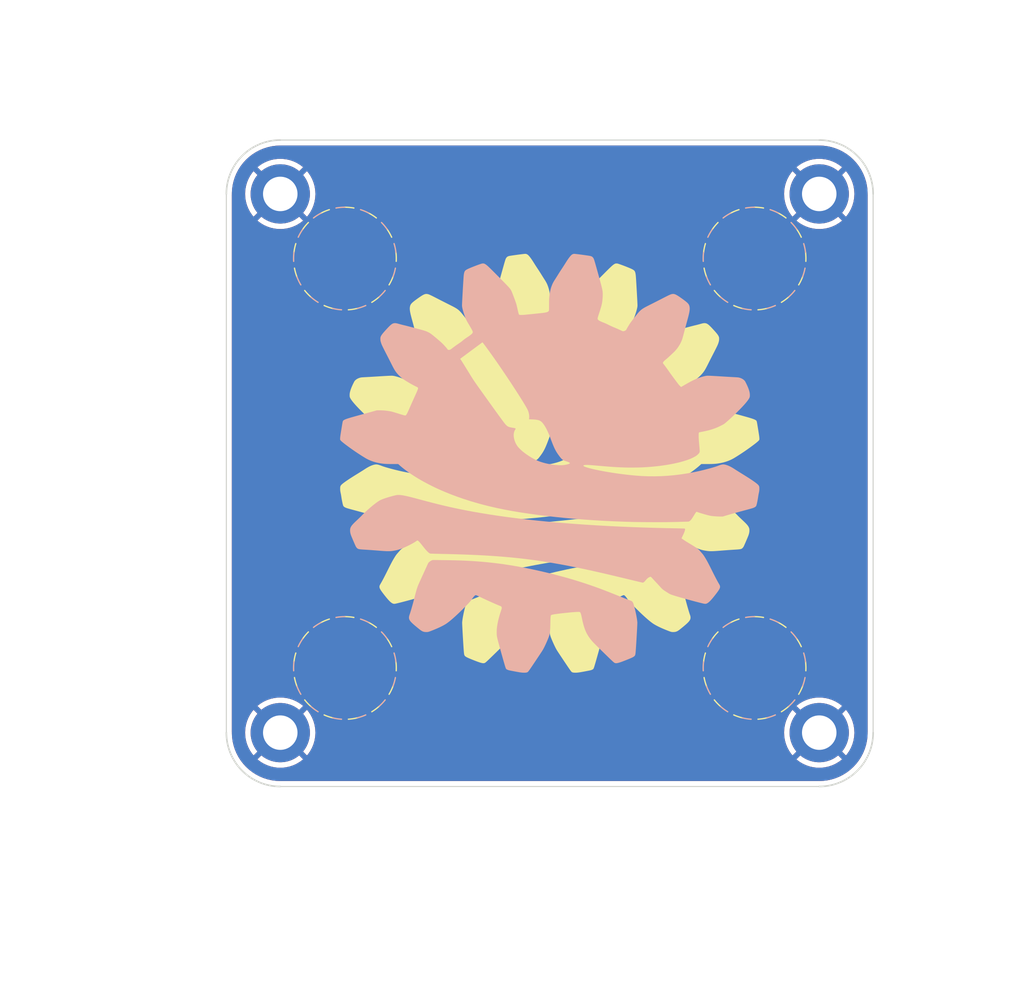
<source format=kicad_pcb>
(kicad_pcb (version 20211014) (generator pcbnew)
  (layers (0 "F.Cu" signal) (31 "B.Cu" signal) (34 "B.Paste" user) (35 "F.Paste" user) (36 "B.SilkS" user "B.Silkscreen") (37 "F.SilkS" user "F.Silkscreen") (38 "B.Mask" user) (39 "F.Mask" user) (44 "Edge.Cuts" user))
  (net 0 "")
  (net 1 "GND")
  (footprint "MountingHole:MountingHole_3.2mm_M3_ISO14580_Pad" (layer "F.Cu") (at 105 105)
    (fp_text reference "REF**" hide)
    (fp_text value "MountingHole_3.2mm_M3_ISO14580_Pad")
    (pad "1" thru_hole circle (at 0 0) (size 5.5 5.5) (drill 3.2) (layers *.Cu *.Mask) (net 1 "GND"))
  )
  (footprint "MountingHole:MountingHole_3.2mm_M3_ISO14580_Pad" (layer "F.Cu") (at 155 105)
    (fp_text reference "REF**" hide)
    (fp_text value "MountingHole_3.2mm_M3_ISO14580_Pad")
    (pad "1" thru_hole circle (at 0 0) (size 5.5 5.5) (drill 3.2) (layers *.Cu *.Mask) (net 1 "GND"))
  )
  (footprint "LOGO" (layer "F.Cu") (at 130 130)
    (fp_text reference "G***" hide)
    (fp_text value "LOGO" hide)
  )
  (footprint "MountingHole:MountingHole_3.2mm_M3_ISO14580_Pad" (layer "F.Cu") (at 105 155)
    (fp_text reference "REF**" hide)
    (fp_text value "MountingHole_3.2mm_M3_ISO14580_Pad")
    (pad "1" thru_hole circle (at 0 0) (size 5.5 5.5) (drill 3.2) (layers *.Cu *.Mask) (net 1 "GND"))
  )
  (footprint "MountingHole:MountingHole_3.2mm_M3_ISO14580_Pad" (layer "F.Cu") (at 155 155)
    (fp_text reference "REF**" hide)
    (fp_text value "MountingHole_3.2mm_M3_ISO14580_Pad")
    (pad "1" thru_hole circle (at 0 0) (size 5.5 5.5) (drill 3.2) (layers *.Cu *.Mask) (net 1 "GND"))
  )
  (footprint "Symbol:BS35BL05X10RP" (layer "F.Cu") (at 149 149)
    (fp_text reference "REF**" hide)
    (fp_text value "BS35BL05X10RP")
  )
  (footprint "Symbol:BS35BL05X10RP" (layer "F.Cu") (at 111 149)
    (fp_text reference "REF**" hide)
    (fp_text value "BS35BL05X10RP")
  )
  (footprint "Symbol:BS35BL05X10RP" (layer "F.Cu") (at 149 111)
    (fp_text reference "REF**" hide)
    (fp_text value "BS35BL05X10RP")
  )
  (footprint "Symbol:BS35BL05X10RP" (layer "F.Cu") (at 111 111)
    (fp_text reference "REF**" hide)
    (fp_text value "BS35BL05X10RP")
  )
  (footprint "Symbol:BS35BL05X10RP" (layer "B.Cu") (at 111 149 180)
    (fp_text reference "REF**" hide)
    (fp_text value "BS35BL05X10RP")
  )
  (footprint "Symbol:BS35BL05X10RP" (layer "B.Cu") (at 149 149 180)
    (fp_text reference "REF**" hide)
    (fp_text value "BS35BL05X10RP")
  )
  (footprint "Symbol:BS35BL05X10RP" (layer "B.Cu") (at 149 111 180)
    (fp_text reference "REF**" hide)
    (fp_text value "BS35BL05X10RP")
  )
  (footprint "Symbol:BS35BL05X10RP" (layer "B.Cu") (at 111 111 180)
    (fp_text reference "REF**" hide)
    (fp_text value "BS35BL05X10RP")
  )
  (footprint "LOGO" (layer "B.Cu") (at 130 130 180)
    (fp_text reference "G***" hide)
    (fp_text value "LOGO" hide)
  )
  (gr_line (start 105 100) (end 155 100) (layer "Edge.Cuts") (width 0.1))
  (gr_arc (start 160 155) (mid 158.535534 158.535534) (end 155 160) (layer "Edge.Cuts") (width 0.15))
  (gr_line (start 100 155) (end 100 105) (layer "Edge.Cuts") (width 0.1))
  (gr_line (start 155 160) (end 105 160) (layer "Edge.Cuts") (width 0.1))
  (gr_arc (start 155 100) (mid 158.535534 101.464466) (end 160 105) (layer "Edge.Cuts") (width 0.15))
  (gr_arc (start 105 160) (mid 101.464466 158.535534) (end 100 155) (layer "Edge.Cuts") (width 0.15))
  (gr_line (start 160 105) (end 160 155) (layer "Edge.Cuts") (width 0.1))
  (gr_arc (start 100 105) (mid 101.464466 101.464466) (end 105 100) (layer "Edge.Cuts") (width 0.15))
  (zone (net 1) (net_name "GND") (layer "F.Cu") (connect_pads (clearance 0.508)) (min_thickness 0.254) (fill yes (thermal_gap 0.508) (thermal_bridge_width 0.508))
    (polygon (pts (xy 169 172) (xy 85 180) (xy 79 92) (xy 167 89)))
  )
  (zone (net 1) (net_name "GND") (layer "B.Cu") (connect_pads (clearance 0.508)) (min_thickness 0.254) (fill yes (thermal_gap 0.508) (thermal_bridge_width 0.508))
    (polygon (pts (xy 168 180) (xy 90 171) (xy 85 92) (xy 174 87)))
  )
)
</source>
